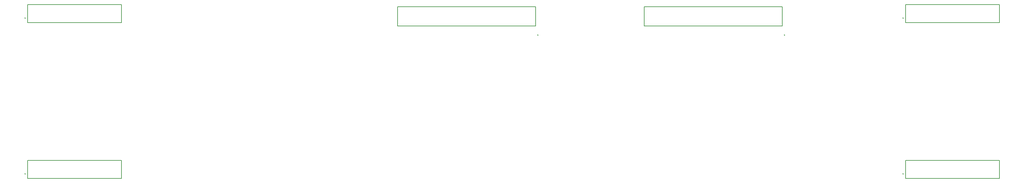
<source format=gbo>
G04*
G04 #@! TF.GenerationSoftware,Altium Limited,Altium Designer,22.11.1 (43)*
G04*
G04 Layer_Color=32896*
%FSLAX44Y44*%
%MOMM*%
G71*
G04*
G04 #@! TF.SameCoordinates,5926677A-74AB-409A-8ECC-7C9113B37032*
G04*
G04*
G04 #@! TF.FilePolarity,Positive*
G04*
G01*
G75*
%ADD11C,0.2000*%
D11*
X2724990Y3359150D02*
G03*
X2724990Y3359150I-1000J0D01*
G01*
Y2927350D02*
G03*
X2724990Y2927350I-1000J0D01*
G01*
X301830Y3359150D02*
G03*
X301830Y3359150I-1000J0D01*
G01*
Y2927350D02*
G03*
X301830Y2927350I-1000J0D01*
G01*
X2397640Y3312160D02*
G03*
X2397640Y3312160I-1000J0D01*
G01*
X1716920D02*
G03*
X1716920Y3312160I-1000J0D01*
G01*
X2989590Y3347100D02*
Y3396600D01*
X2730490Y3347100D02*
Y3396600D01*
X2989590D01*
X2730490Y3347100D02*
X2989590D01*
Y2915300D02*
Y2964800D01*
X2730490Y2915300D02*
Y2964800D01*
X2989590D01*
X2730490Y2915300D02*
X2989590D01*
X566430Y3347100D02*
Y3396600D01*
X307330Y3347100D02*
Y3396600D01*
X566430D01*
X307330Y3347100D02*
X566430D01*
Y2915300D02*
Y2964800D01*
X307330Y2915300D02*
Y2964800D01*
X566430D01*
X307330Y2915300D02*
X566430D01*
X2390140Y3337560D02*
Y3390860D01*
X2009140Y3337560D02*
Y3390860D01*
X2390140D01*
X2009140Y3337560D02*
X2390140D01*
X1709420D02*
Y3390860D01*
X1328420Y3337560D02*
Y3390860D01*
X1709420D01*
X1328420Y3337560D02*
X1709420D01*
M02*

</source>
